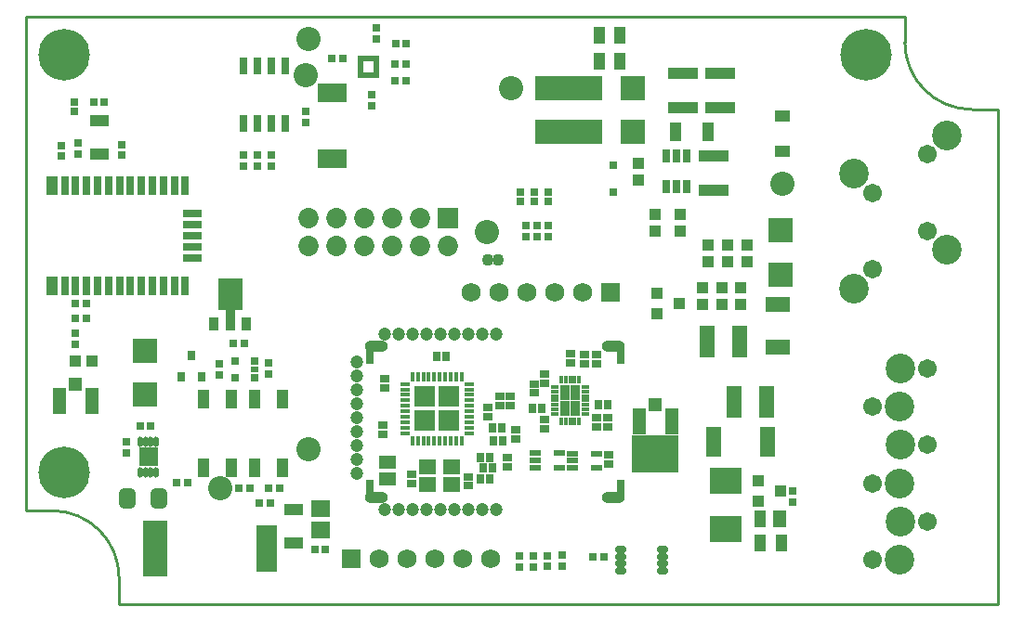
<source format=gts>
G04*
G04 #@! TF.GenerationSoftware,Altium Limited,Altium Designer,20.2.4 (192)*
G04*
G04 Layer_Color=8388736*
%FSLAX44Y44*%
%MOMM*%
G71*
G04*
G04 #@! TF.SameCoordinates,742EB62A-7AE8-4A69-8DF3-B4F61E8DB2E3*
G04*
G04*
G04 #@! TF.FilePolarity,Negative*
G04*
G01*
G75*
%ADD10C,0.2540*%
%ADD39R,1.4500X2.8000*%
%ADD89R,0.7366X0.8128*%
%ADD90R,0.8128X0.7366*%
%ADD91R,1.6002X1.2192*%
%ADD92R,1.1032X0.6032*%
%ADD93R,1.6256X1.4224*%
%ADD94R,1.3532X2.9032*%
%ADD95R,1.3032X1.6032*%
%ADD96R,1.1032X1.6032*%
%ADD97R,1.1032X1.0032*%
%ADD98R,0.7032X0.7032*%
%ADD99R,2.9462X2.3622*%
%ADD100R,0.7032X0.7032*%
G04:AMPARAMS|DCode=101|XSize=0.6032mm|YSize=1.0532mm|CornerRadius=0.1516mm|HoleSize=0mm|Usage=FLASHONLY|Rotation=270.000|XOffset=0mm|YOffset=0mm|HoleType=Round|Shape=RoundedRectangle|*
%AMROUNDEDRECTD101*
21,1,0.6032,0.7500,0,0,270.0*
21,1,0.3000,1.0532,0,0,270.0*
1,1,0.3032,-0.3750,-0.1500*
1,1,0.3032,-0.3750,0.1500*
1,1,0.3032,0.3750,0.1500*
1,1,0.3032,0.3750,-0.1500*
%
%ADD101ROUNDEDRECTD101*%
%ADD102R,1.2532X2.4032*%
%ADD103R,1.2032X1.2532*%
%ADD104R,1.0032X1.0032*%
%ADD105R,0.8532X1.3532*%
%ADD106R,0.8032X0.4032*%
%ADD107R,0.4032X0.8032*%
%ADD108R,1.9032X1.9032*%
%ADD109R,0.4232X0.9032*%
%ADD110R,0.9032X0.4232*%
%ADD111R,4.1910X3.3782*%
%ADD112R,1.1032X1.8032*%
%ADD113R,2.7032X1.1032*%
%ADD114R,2.2032X2.2032*%
G04:AMPARAMS|DCode=115|XSize=1.4632mm|YSize=1.8132mm|CornerRadius=0.3536mm|HoleSize=0mm|Usage=FLASHONLY|Rotation=180.000|XOffset=0mm|YOffset=0mm|HoleType=Round|Shape=RoundedRectangle|*
%AMROUNDEDRECTD115*
21,1,1.4632,1.1060,0,0,180.0*
21,1,0.7560,1.8132,0,0,180.0*
1,1,0.7072,-0.3780,0.5530*
1,1,0.7072,0.3780,0.5530*
1,1,0.7072,0.3780,-0.5530*
1,1,0.7072,-0.3780,-0.5530*
%
%ADD115ROUNDEDRECTD115*%
G04:AMPARAMS|DCode=116|XSize=0.9432mm|YSize=0.4632mm|CornerRadius=0.1718mm|HoleSize=0mm|Usage=FLASHONLY|Rotation=270.000|XOffset=0mm|YOffset=0mm|HoleType=Round|Shape=RoundedRectangle|*
%AMROUNDEDRECTD116*
21,1,0.9432,0.1196,0,0,270.0*
21,1,0.5996,0.4632,0,0,270.0*
1,1,0.3436,-0.0598,-0.2998*
1,1,0.3436,-0.0598,0.2998*
1,1,0.3436,0.0598,0.2998*
1,1,0.3436,0.0598,-0.2998*
%
%ADD116ROUNDEDRECTD116*%
%ADD117R,1.7032X1.7032*%
%ADD118R,2.2032X5.2032*%
%ADD119R,1.9032X4.2032*%
%ADD120C,2.2032*%
%ADD121R,0.8032X1.6032*%
%ADD122R,0.7032X1.7132*%
%ADD123R,0.5032X0.5282*%
%ADD124R,0.5282X0.5032*%
%ADD125R,0.8032X0.8032*%
%ADD126R,0.8032X0.7032*%
%ADD127R,0.9032X0.9532*%
%ADD128R,2.2032X2.9532*%
%ADD129R,0.9032X1.3032*%
%ADD130R,1.0032X1.0032*%
%ADD131R,1.1032X1.5032*%
%ADD132R,1.6732X1.4882*%
%ADD133R,1.8032X1.1032*%
%ADD134R,0.8032X1.3032*%
%ADD135R,0.8032X0.9032*%
%ADD136R,0.8032X0.6032*%
%ADD137R,0.8032X0.8032*%
%ADD138R,1.0032X1.7032*%
%ADD139R,0.8032X1.7032*%
%ADD140R,1.1032X1.7032*%
%ADD141R,1.7032X0.8032*%
%ADD142R,2.2860X1.4732*%
%ADD143R,6.2032X2.2032*%
G04:AMPARAMS|DCode=144|XSize=1.0032mm|YSize=1.0032mm|CornerRadius=0.3816mm|HoleSize=0mm|Usage=FLASHONLY|Rotation=0.000|XOffset=0mm|YOffset=0mm|HoleType=Round|Shape=RoundedRectangle|*
%AMROUNDEDRECTD144*
21,1,1.0032,0.2400,0,0,0.0*
21,1,0.2400,1.0032,0,0,0.0*
1,1,0.7632,0.1200,-0.1200*
1,1,0.7632,-0.1200,-0.1200*
1,1,0.7632,-0.1200,0.1200*
1,1,0.7632,0.1200,0.1200*
%
%ADD144ROUNDEDRECTD144*%
%ADD145R,1.4232X1.1132*%
%ADD146R,1.9533X0.7033*%
%ADD147R,0.7033X1.9533*%
%ADD148C,1.2032*%
%ADD149C,1.7032*%
%ADD150C,1.7332*%
%ADD151R,1.7332X1.7332*%
%ADD152C,1.8532*%
%ADD153R,1.8532X1.8532*%
%ADD154C,2.7032*%
G04:AMPARAMS|DCode=155|XSize=2.1032mm|YSize=0.9532mm|CornerRadius=0.4391mm|HoleSize=0mm|Usage=FLASHONLY|Rotation=0.000|XOffset=0mm|YOffset=0mm|HoleType=Round|Shape=RoundedRectangle|*
%AMROUNDEDRECTD155*
21,1,2.1032,0.0750,0,0,0.0*
21,1,1.2250,0.9532,0,0,0.0*
1,1,0.8782,0.6125,-0.0375*
1,1,0.8782,-0.6125,-0.0375*
1,1,0.8782,-0.6125,0.0375*
1,1,0.8782,0.6125,0.0375*
%
%ADD155ROUNDEDRECTD155*%
%ADD156C,4.7032*%
%ADD157C,0.1016*%
%ADD158C,0.0020*%
D10*
X716000Y512123D02*
G03*
X777123Y451000I61123J0D01*
G01*
X0Y23877D02*
G03*
X-61123Y85000I-61123J-0D01*
G01*
X-85000Y536000D02*
X716000D01*
X0Y0D02*
X801000D01*
X-85000Y85000D02*
X-61123D01*
X777123Y451000D02*
X801000D01*
X801000Y0D02*
Y451000D01*
X-85000Y85000D02*
Y536000D01*
X0Y0D02*
Y23877D01*
X716000Y512123D02*
Y536000D01*
D39*
X541403Y147722D02*
D03*
X590903D02*
D03*
D89*
X329090Y113558D02*
D03*
X337472Y113558D02*
D03*
X331800Y124043D02*
D03*
X340182D02*
D03*
X329024Y133588D02*
D03*
X337406D02*
D03*
X297889Y225680D02*
D03*
X289507D02*
D03*
X341132Y148637D02*
D03*
X349514Y148637D02*
D03*
X384942Y178548D02*
D03*
X376560D02*
D03*
X340503Y160153D02*
D03*
X348885D02*
D03*
X436547Y181647D02*
D03*
X444929D02*
D03*
D90*
X240211Y162883D02*
D03*
Y154501D02*
D03*
X242248Y205100D02*
D03*
Y196718D02*
D03*
X424394Y227069D02*
D03*
Y218687D02*
D03*
X411241Y227902D02*
D03*
Y219520D02*
D03*
X435202Y227405D02*
D03*
Y219023D02*
D03*
X361142Y150064D02*
D03*
Y158446D02*
D03*
X336036Y170519D02*
D03*
X336036Y178901D02*
D03*
X356640Y181127D02*
D03*
Y189509D02*
D03*
X434790Y170002D02*
D03*
X434790Y161620D02*
D03*
X445347Y170045D02*
D03*
X445347Y161663D02*
D03*
X267000Y117857D02*
D03*
Y109475D02*
D03*
X318127Y107629D02*
D03*
X318127Y116011D02*
D03*
X346709Y189509D02*
D03*
Y181127D02*
D03*
X387371Y159820D02*
D03*
Y168202D02*
D03*
X446339Y135659D02*
D03*
Y127277D02*
D03*
X353968Y133350D02*
D03*
Y124968D02*
D03*
X387614Y201338D02*
D03*
Y209720D02*
D03*
X378734Y192290D02*
D03*
Y200672D02*
D03*
D91*
X244292Y129250D02*
D03*
X244292Y114010D02*
D03*
D92*
X413325Y124217D02*
D03*
X435325Y137217D02*
D03*
X413325D02*
D03*
X413325Y130717D02*
D03*
X435325Y124217D02*
D03*
X401087Y124383D02*
D03*
X379087Y130883D02*
D03*
X379087Y137383D02*
D03*
X401087D02*
D03*
X379087Y124383D02*
D03*
D93*
X303184Y109111D02*
D03*
X281182Y125113D02*
D03*
Y109111D02*
D03*
X303184Y125113D02*
D03*
D94*
X560315Y184302D02*
D03*
X590315D02*
D03*
X565830Y239630D02*
D03*
X535830D02*
D03*
D95*
X601495Y77749D02*
D03*
D96*
X584495D02*
D03*
Y55749D02*
D03*
X603495D02*
D03*
D97*
X510122Y273750D02*
D03*
X490122Y264250D02*
D03*
Y283250D02*
D03*
X582380Y112317D02*
D03*
X582380Y93317D02*
D03*
X602380Y102817D02*
D03*
D98*
X-39628Y273642D02*
D03*
X-29628D02*
D03*
X-29628Y260096D02*
D03*
X-39628D02*
D03*
X431627Y43128D02*
D03*
X441627D02*
D03*
X127514Y92023D02*
D03*
X137514D02*
D03*
X62602Y110974D02*
D03*
X52602D02*
D03*
X29086Y161923D02*
D03*
X19086D02*
D03*
X178254Y49694D02*
D03*
X188254D02*
D03*
X108972Y105418D02*
D03*
X118972Y105418D02*
D03*
X114136Y237762D02*
D03*
X104136D02*
D03*
X136150Y105418D02*
D03*
X146150D02*
D03*
X193798Y497670D02*
D03*
X203798D02*
D03*
X-13251Y457902D02*
D03*
X-23251D02*
D03*
X251797Y510827D02*
D03*
X261797D02*
D03*
X261710Y476842D02*
D03*
X251710D02*
D03*
X261710Y492550D02*
D03*
X251710D02*
D03*
D99*
X552366Y112470D02*
D03*
Y68270D02*
D03*
D100*
X613453Y102705D02*
D03*
X613453Y92705D02*
D03*
X-39708Y246888D02*
D03*
Y236888D02*
D03*
X6868Y138050D02*
D03*
Y148050D02*
D03*
X138600Y409364D02*
D03*
Y399364D02*
D03*
X125900Y409364D02*
D03*
Y399364D02*
D03*
X113200Y409364D02*
D03*
Y399364D02*
D03*
X370912Y335091D02*
D03*
Y345091D02*
D03*
X403473Y34133D02*
D03*
Y44133D02*
D03*
X390495Y44062D02*
D03*
Y34062D02*
D03*
X364590Y43668D02*
D03*
X364590Y33668D02*
D03*
X91366Y219130D02*
D03*
X91366Y209130D02*
D03*
X136324Y209638D02*
D03*
X136324Y219638D02*
D03*
X2202Y409104D02*
D03*
Y419104D02*
D03*
X-37676Y420120D02*
D03*
Y410120D02*
D03*
X380795Y335098D02*
D03*
X380795Y345098D02*
D03*
X377504Y43757D02*
D03*
Y33757D02*
D03*
X230040Y464110D02*
D03*
Y454110D02*
D03*
X234746Y515176D02*
D03*
Y525176D02*
D03*
X170350Y449076D02*
D03*
Y439076D02*
D03*
X390856Y345091D02*
D03*
X390856Y335091D02*
D03*
D101*
X457342Y49628D02*
D03*
Y43128D02*
D03*
Y36628D02*
D03*
Y30128D02*
D03*
X494842Y49628D02*
D03*
Y43128D02*
D03*
Y36628D02*
D03*
Y30128D02*
D03*
D102*
X-24958Y184912D02*
D03*
X-54458D02*
D03*
X503540Y166296D02*
D03*
X474040Y166296D02*
D03*
D103*
X-39708Y200162D02*
D03*
X488790Y181546D02*
D03*
D104*
X-39708Y221742D02*
D03*
X-24708D02*
D03*
D105*
X406331Y192757D02*
D03*
X415831D02*
D03*
X415831Y178257D02*
D03*
X406331D02*
D03*
D106*
X425081Y173507D02*
D03*
X397081Y189507D02*
D03*
X397081Y185507D02*
D03*
Y173507D02*
D03*
X425081Y189507D02*
D03*
X425081Y193507D02*
D03*
Y185507D02*
D03*
X425081Y177507D02*
D03*
X397081Y181507D02*
D03*
X425081Y197507D02*
D03*
X397081D02*
D03*
X397081Y193507D02*
D03*
X397081Y177507D02*
D03*
X425081Y181507D02*
D03*
D107*
X403081Y166507D02*
D03*
X407081D02*
D03*
X411081Y166507D02*
D03*
X415081D02*
D03*
X419081D02*
D03*
X411081Y204507D02*
D03*
X403081Y204507D02*
D03*
X415081Y204507D02*
D03*
X419081D02*
D03*
X407081D02*
D03*
D108*
X278698Y167088D02*
D03*
Y189088D02*
D03*
X300698D02*
D03*
Y167088D02*
D03*
D109*
X287198Y149088D02*
D03*
X282198Y149088D02*
D03*
X312198Y207088D02*
D03*
X267198D02*
D03*
X307198Y149088D02*
D03*
X302198Y207088D02*
D03*
X297198D02*
D03*
X287198D02*
D03*
X277198Y207088D02*
D03*
X272198Y207088D02*
D03*
X307198D02*
D03*
X267198Y149088D02*
D03*
X272198D02*
D03*
X282198Y207088D02*
D03*
X312198Y149088D02*
D03*
X292198Y149088D02*
D03*
X302198D02*
D03*
X292198Y207088D02*
D03*
X277198Y149088D02*
D03*
X297198Y149088D02*
D03*
D110*
X260698Y160588D02*
D03*
X318698Y185588D02*
D03*
X318698Y175588D02*
D03*
X318698Y200588D02*
D03*
Y180588D02*
D03*
X318698Y190588D02*
D03*
Y195588D02*
D03*
Y155588D02*
D03*
X260698Y200588D02*
D03*
X260698Y195588D02*
D03*
X260698Y190588D02*
D03*
Y185588D02*
D03*
X260698Y175588D02*
D03*
X260698Y170588D02*
D03*
X260698Y165588D02*
D03*
Y155588D02*
D03*
Y180588D02*
D03*
X318698Y170588D02*
D03*
Y160588D02*
D03*
X318698Y165588D02*
D03*
D111*
X488790Y136578D02*
D03*
D112*
X536300Y430518D02*
D03*
X507300D02*
D03*
D113*
X541612Y377249D02*
D03*
Y408249D02*
D03*
X547833Y483791D02*
D03*
Y452791D02*
D03*
X513543Y483791D02*
D03*
Y452791D02*
D03*
D114*
X23432Y191140D02*
D03*
Y231140D02*
D03*
X468331Y430252D02*
D03*
Y470252D02*
D03*
X602996Y340548D02*
D03*
Y300548D02*
D03*
D115*
X7764Y96060D02*
D03*
X36264D02*
D03*
D116*
X19086Y120210D02*
D03*
X24086D02*
D03*
X29086D02*
D03*
X34086D02*
D03*
Y148110D02*
D03*
X29086D02*
D03*
X24086D02*
D03*
X19086D02*
D03*
D117*
X26586Y134160D02*
D03*
D118*
X32742Y50038D02*
D03*
D119*
X134242D02*
D03*
D120*
X172700Y141021D02*
D03*
X335353Y339508D02*
D03*
X170350Y481922D02*
D03*
X172700Y515176D02*
D03*
X357214Y470492D02*
D03*
X604480Y383450D02*
D03*
X91747Y105418D02*
D03*
D121*
X113200Y437904D02*
D03*
X125900D02*
D03*
X138600D02*
D03*
X151300D02*
D03*
Y490904D02*
D03*
X138600D02*
D03*
X125900D02*
D03*
X113200D02*
D03*
D122*
X184476Y406202D02*
D03*
X190976D02*
D03*
X197476D02*
D03*
X203976D02*
D03*
Y466202D02*
D03*
X197476D02*
D03*
X190976D02*
D03*
X184476D02*
D03*
D123*
X234746Y497675D02*
D03*
X219746D02*
D03*
Y482425D02*
D03*
X234746D02*
D03*
X229746Y497550D02*
D03*
X224746D02*
D03*
X229746Y482550D02*
D03*
X224746D02*
D03*
D124*
X234746Y487550D02*
D03*
Y492550D02*
D03*
X219746Y487550D02*
D03*
Y492550D02*
D03*
D125*
X450651Y375522D02*
D03*
X450652Y400521D02*
D03*
D126*
X365412Y366706D02*
D03*
X365412Y375705D02*
D03*
X378118Y375733D02*
D03*
X378118Y366733D02*
D03*
X-52916Y417842D02*
D03*
Y408842D02*
D03*
X-40911Y448902D02*
D03*
Y457902D02*
D03*
X390883Y375699D02*
D03*
X390883Y366699D02*
D03*
D127*
X101262Y264879D02*
D03*
D128*
Y282379D02*
D03*
D129*
X86262Y255629D02*
D03*
X116262D02*
D03*
X101262Y255629D02*
D03*
D130*
X488657Y354882D02*
D03*
Y339882D02*
D03*
X511511Y339882D02*
D03*
Y354882D02*
D03*
X473411Y401872D02*
D03*
Y386872D02*
D03*
X571995Y312423D02*
D03*
Y327423D02*
D03*
X536435Y312423D02*
D03*
Y327423D02*
D03*
X566585Y273532D02*
D03*
Y288532D02*
D03*
X549059Y273532D02*
D03*
Y288532D02*
D03*
X554215Y327423D02*
D03*
Y312423D02*
D03*
X531787Y273532D02*
D03*
Y288532D02*
D03*
D131*
X456241Y494702D02*
D03*
X437241D02*
D03*
X456241Y518832D02*
D03*
X437241Y518832D02*
D03*
D132*
X183254Y67076D02*
D03*
X183254Y86526D02*
D03*
D133*
X158951Y86392D02*
D03*
Y55392D02*
D03*
X-17864Y410034D02*
D03*
Y441034D02*
D03*
D134*
X498201Y380372D02*
D03*
X507701D02*
D03*
X517201D02*
D03*
X498201Y408372D02*
D03*
X507701D02*
D03*
X517201D02*
D03*
D135*
X65966Y226670D02*
D03*
X75466Y206670D02*
D03*
X56466D02*
D03*
D136*
X123734Y213876D02*
D03*
D137*
Y221376D02*
D03*
Y206376D02*
D03*
X105734D02*
D03*
Y221376D02*
D03*
D138*
X102542Y123702D02*
D03*
X77142D02*
D03*
X102542Y186702D02*
D03*
X77142Y186702D02*
D03*
X149024Y123702D02*
D03*
X123624Y123702D02*
D03*
X149024Y186702D02*
D03*
X123624D02*
D03*
D139*
X60412Y381372D02*
D03*
X50412D02*
D03*
X40412D02*
D03*
X30412D02*
D03*
X20412D02*
D03*
X10412D02*
D03*
X412D02*
D03*
X-9588D02*
D03*
X-19588D02*
D03*
X-29588D02*
D03*
X-39588D02*
D03*
X-49588D02*
D03*
X60412Y290372D02*
D03*
X50412D02*
D03*
X40412D02*
D03*
X30412D02*
D03*
X20412D02*
D03*
X10412D02*
D03*
X412D02*
D03*
X-9588D02*
D03*
X-19588D02*
D03*
X-29588D02*
D03*
X-39588D02*
D03*
X-49588D02*
D03*
D140*
X-61088Y381372D02*
D03*
Y290372D02*
D03*
D141*
X67162Y335872D02*
D03*
Y325872D02*
D03*
Y355872D02*
D03*
Y315872D02*
D03*
Y345872D02*
D03*
D142*
X600473Y233844D02*
D03*
Y273468D02*
D03*
D143*
X409911Y470252D02*
D03*
Y430252D02*
D03*
D144*
X335660Y314030D02*
D03*
X345660Y314030D02*
D03*
D145*
X604040Y412580D02*
D03*
Y445280D02*
D03*
D146*
X450626Y234909D02*
D03*
X234556Y234909D02*
D03*
X234556Y97429D02*
D03*
X450626Y97429D02*
D03*
D147*
X456877Y228658D02*
D03*
X228308D02*
D03*
Y103680D02*
D03*
X456877Y103680D02*
D03*
D148*
X216878Y132039D02*
D03*
X216878Y144739D02*
D03*
X216878Y119339D02*
D03*
X216878Y182839D02*
D03*
X216878Y170139D02*
D03*
X254978Y86339D02*
D03*
X267678D02*
D03*
X216878Y157439D02*
D03*
X242278Y86339D02*
D03*
X216878Y195539D02*
D03*
X216878Y220939D02*
D03*
X216878Y208239D02*
D03*
X267678Y246339D02*
D03*
X280378D02*
D03*
X242278Y246339D02*
D03*
X254978Y246339D02*
D03*
X293078Y86339D02*
D03*
X280378Y86339D02*
D03*
X305778Y86339D02*
D03*
X318478Y86339D02*
D03*
X331178Y86339D02*
D03*
X343878Y86339D02*
D03*
X293078Y246339D02*
D03*
X305778Y246339D02*
D03*
X343878D02*
D03*
X318478Y246339D02*
D03*
X331178Y246339D02*
D03*
D149*
X736600Y145110D02*
D03*
Y215110D02*
D03*
X686600Y180110D02*
D03*
Y40110D02*
D03*
X736600Y75110D02*
D03*
X686600Y110110D02*
D03*
X736600Y340106D02*
D03*
X686600Y305106D02*
D03*
Y375106D02*
D03*
X736600Y410106D02*
D03*
D150*
X321182Y283790D02*
D03*
X346582D02*
D03*
X371982D02*
D03*
X397382D02*
D03*
X422782Y283790D02*
D03*
X338182Y41290D02*
D03*
X312782D02*
D03*
X287382D02*
D03*
X261982D02*
D03*
X236582D02*
D03*
D151*
X448182Y283790D02*
D03*
X211182Y41290D02*
D03*
D152*
X248900Y351788D02*
D03*
X223500D02*
D03*
X198100D02*
D03*
X274300D02*
D03*
X172700D02*
D03*
X299700Y326388D02*
D03*
X172700D02*
D03*
X274300D02*
D03*
X198100D02*
D03*
X223500D02*
D03*
X248900D02*
D03*
D153*
X299700Y351788D02*
D03*
D154*
X669242Y287748D02*
D03*
X753958Y322748D02*
D03*
X669242Y392464D02*
D03*
X753958Y427464D02*
D03*
X711148Y40110D02*
D03*
X712052Y75110D02*
D03*
X711148Y110110D02*
D03*
X712052Y145110D02*
D03*
X711148Y180110D02*
D03*
X712052Y215110D02*
D03*
D155*
X234556Y97429D02*
D03*
X450626Y97429D02*
D03*
Y234909D02*
D03*
X234556Y234909D02*
D03*
D156*
X-50000Y501000D02*
D03*
Y120000D02*
D03*
X681000Y501000D02*
D03*
D157*
X582363Y437081D02*
D03*
X570373D02*
D03*
X577075Y443841D02*
D03*
X564980D02*
D03*
X591864Y451000D02*
D03*
X582363D02*
D03*
X572944D02*
D03*
X604040Y453554D02*
D03*
X23432Y246446D02*
D03*
D158*
X422416Y137217D02*
D03*
X406633Y145291D02*
D03*
X402778Y114754D02*
D03*
X379990Y148392D02*
D03*
X388031Y130883D02*
D03*
X427244Y124262D02*
D03*
X375183Y115542D02*
D03*
X281759Y186051D02*
D03*
X283809Y134477D02*
D03*
X269902Y124005D02*
D03*
X234548Y184166D02*
D03*
X289759Y194051D02*
D03*
X305759Y194051D02*
D03*
X297759Y194051D02*
D03*
X281759D02*
D03*
X273759Y194051D02*
D03*
X289759Y186051D02*
D03*
X305759D02*
D03*
X297759Y186051D02*
D03*
X273759D02*
D03*
X289759Y162051D02*
D03*
X305759D02*
D03*
X297759Y162051D02*
D03*
X281759Y162051D02*
D03*
X273759Y162051D02*
D03*
X289759Y170051D02*
D03*
X305759Y170051D02*
D03*
X297759Y170051D02*
D03*
X281759Y170051D02*
D03*
X273759Y170051D02*
D03*
X273759Y178051D02*
D03*
X281759Y178051D02*
D03*
X305759D02*
D03*
X297759D02*
D03*
X405388Y179725D02*
D03*
Y173856D02*
D03*
X416854Y179725D02*
D03*
Y173856D02*
D03*
Y191463D02*
D03*
Y197332D02*
D03*
X405388Y191463D02*
D03*
X405388Y197332D02*
D03*
X405388Y185594D02*
D03*
X411121Y197332D02*
D03*
X411121Y191463D02*
D03*
X411121Y173856D02*
D03*
Y179725D02*
D03*
X289759Y178051D02*
D03*
X416854Y185594D02*
D03*
X411121D02*
D03*
X503316Y97538D02*
D03*
X503819Y113037D02*
D03*
X493010Y112785D02*
D03*
X493597Y97286D02*
D03*
X483124Y97453D02*
D03*
X482538Y112953D02*
D03*
X470641Y97118D02*
D03*
X471563Y112785D02*
D03*
X464525Y175788D02*
D03*
X459331Y175704D02*
D03*
X453801Y176123D02*
D03*
X461677Y158948D02*
D03*
X445591Y154676D02*
D03*
X444837Y146298D02*
D03*
X462430Y144789D02*
D03*
X469384Y139427D02*
D03*
X462011Y131552D02*
D03*
X469049Y126525D02*
D03*
X457153Y118985D02*
D03*
X438386Y109015D02*
D03*
X447441Y106496D02*
D03*
X445256Y116388D02*
D03*
X431013Y113542D02*
D03*
X431683Y102062D02*
D03*
X419953Y91589D02*
D03*
X420456Y112199D02*
D03*
X375802Y97705D02*
D03*
X387783Y91421D02*
D03*
X380493Y160541D02*
D03*
X369987Y169706D02*
D03*
X358543Y169002D02*
D03*
X374754Y164980D02*
D03*
X364451Y135449D02*
D03*
X366544Y123006D02*
D03*
X351379Y99003D02*
D03*
X357369Y91086D02*
D03*
X357704Y108597D02*
D03*
X349159Y107340D02*
D03*
X337848Y99967D02*
D03*
X324863Y100637D02*
D03*
X312840Y99003D02*
D03*
X299560Y98794D02*
D03*
X249621Y99967D02*
D03*
X244292Y104949D02*
D03*
X238107Y148475D02*
D03*
X228598Y91086D02*
D03*
X221645Y106753D02*
D03*
X221644Y233346D02*
D03*
X229771Y242227D02*
D03*
X248706Y232675D02*
D03*
X261943Y231837D02*
D03*
X273169Y232886D02*
D03*
X352678Y229492D02*
D03*
X354940Y217428D02*
D03*
X351589Y208212D02*
D03*
X352091Y197069D02*
D03*
X374879Y227229D02*
D03*
X368847Y232843D02*
D03*
X360469Y226308D02*
D03*
X365747Y217427D02*
D03*
X360050Y212400D02*
D03*
X370606Y186680D02*
D03*
X370439Y194471D02*
D03*
X369182Y206284D02*
D03*
X374460Y212149D02*
D03*
X378733Y217511D02*
D03*
X387949Y219690D02*
D03*
X390798Y227230D02*
D03*
X382420Y230162D02*
D03*
X372450Y241054D02*
D03*
X383006Y239630D02*
D03*
X392138Y236614D02*
D03*
X397919Y227229D02*
D03*
X400516Y236613D02*
D03*
X409739Y236525D02*
D03*
X423982Y236525D02*
D03*
X435209Y236692D02*
D03*
X446429Y214916D02*
D03*
X440145Y198661D02*
D03*
X439978Y189403D02*
D03*
X447351Y189571D02*
D03*
X464358Y219440D02*
D03*
X447769Y203522D02*
D03*
X445179Y226051D02*
D03*
X464190Y236028D02*
D03*
X460253Y209720D02*
D03*
X456064Y198410D02*
D03*
X463771Y196902D02*
D03*
X453550Y188356D02*
D03*
X458661Y187267D02*
D03*
X464107Y187602D02*
D03*
X469887Y187518D02*
D03*
X476422Y187183D02*
D03*
X471898Y197153D02*
D03*
X473406Y207625D02*
D03*
X472904Y220779D02*
D03*
Y236530D02*
D03*
X502569Y193968D02*
D03*
X488158Y204316D02*
D03*
X489918Y236236D02*
D03*
X488745Y220402D02*
D03*
X502904Y204148D02*
D03*
X502820Y220653D02*
D03*
X502736Y236069D02*
D03*
X238653Y189276D02*
D03*
X389124Y186136D02*
D03*
X252731Y207367D02*
D03*
X255907Y130347D02*
D03*
X318759Y139469D02*
D03*
X411081Y211894D02*
D03*
X332494Y218283D02*
D03*
X338723Y189952D02*
D03*
X335200Y225370D02*
D03*
X325792Y217421D02*
D03*
X325202Y209082D02*
D03*
X395911Y208456D02*
D03*
X236892Y226642D02*
D03*
X321088Y152271D02*
D03*
X251427Y199169D02*
D03*
X233185Y136039D02*
D03*
X238323Y140594D02*
D03*
X249251Y140266D02*
D03*
X255411Y118060D02*
D03*
X259638Y151699D02*
D03*
X267428Y142403D02*
D03*
X273319Y138704D02*
D03*
X326963Y171783D02*
D03*
X327036Y158482D02*
D03*
X418237Y211982D02*
D03*
X424359Y204478D02*
D03*
M02*

</source>
